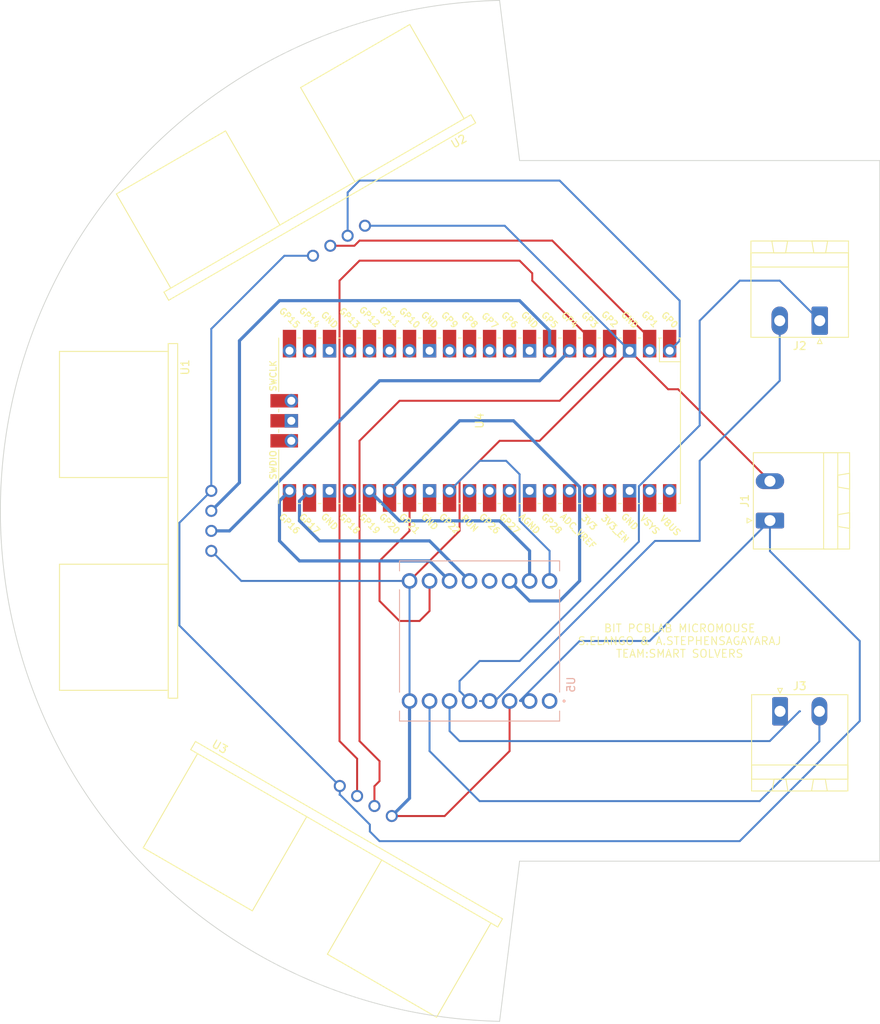
<source format=kicad_pcb>
(kicad_pcb (version 20211014) (generator pcbnew)
  (layers (0 "F.Cu" signal) (31 "B.Cu" signal) (34 "B.Paste" user) (35 "F.Paste" user) (36 "B.SilkS" user "B.Silkscreen") (37 "F.SilkS" user "F.Silkscreen") (38 "B.Mask" user) (39 "F.Mask" user) (44 "Edge.Cuts" user))
  (net 0 "")
  (net 1 "Net-(J1-Pad1)")
  (net 2 "Net-(J1-Pad2)")
  (net 3 "Net-(J2-Pad1)")
  (net 4 "Net-(J2-Pad2)")
  (net 5 "Net-(J3-Pad1)")
  (net 6 "Net-(J3-Pad2)")
  (net 7 "Net-(U1-Pad2)")
  (net 8 "Net-(U1-Pad3)")
  (net 9 "Net-(U2-Pad2)")
  (net 10 "Net-(U2-Pad3)")
  (net 11 "Net-(U3-Pad2)")
  (net 12 "Net-(U3-Pad3)")
  (net 26 "Net-(U4-Pad21)")
  (net 27 "Net-(U4-Pad22)")
  (net 30 "Net-(U4-Pad25)")
  (net 31 "Net-(U4-Pad26)")
  (net 32 "Net-(U4-Pad27)")
  (net 34 "Net-(U4-Pad29)")
  (footprint "Connector_Phoenix_MSTB:PhoenixContact_MSTBA_2,5_2-G-5,08_1x02_P5.08mm_Horizontal" (layer "F.Cu") (at 190.5 66.04 180)
    (fp_text reference "J2" (at 2.54 -3.2) (layer "F.SilkS"))
    (fp_text value "Conn_01x02_Male")
    (fp_line (start -3.65 -2.11) (end -3.65 10.11) (layer "F.SilkS") (width 0.12))
    (fp_line (start -0.75 8.61) (end -1 10.11) (layer "F.SilkS") (width 0.12))
    (fp_line (start 8.73 10.11) (end 8.73 -2.11) (layer "F.SilkS") (width 0.12))
    (fp_line (start 5.83 8.61) (end 4.33 8.61) (layer "F.SilkS") (width 0.12))
    (fp_line (start -3.65 8.61) (end -3.65 6.81) (layer "F.SilkS") (width 0.12))
    (fp_line (start 0.75 8.61) (end -0.75 8.61) (layer "F.SilkS") (width 0.12))
    (fp_line (start -1 10.11) (end 1 10.11) (layer "F.SilkS") (width 0.12))
    (fp_line (start 0.3 -2.91) (end 0 -2.31) (layer "F.SilkS") (width 0.12))
    (fp_line (start 4.08 10.11) (end 6.08 10.11) (layer "F.SilkS") (width 0.12))
    (fp_line (start 4.33 8.61) (end 4.08 10.11) (layer "F.SilkS") (width 0.12))
    (fp_line (start 8.73 -2.11) (end -3.65 -2.11) (layer "F.SilkS") (width 0.12))
    (fp_line (start -3.65 10.11) (end 8.73 10.11) (layer "F.SilkS") (width 0.12))
    (fp_line (start -0.3 -2.91) (end 0.3 -2.91) (layer "F.SilkS") (width 0.12))
    (fp_line (start 8.73 6.81) (end 8.73 8.61) (layer "F.SilkS") (width 0.12))
    (fp_line (start 6.08 10.11) (end 5.83 8.61) (layer "F.SilkS") (width 0.12))
    (fp_line (start -3.65 6.81) (end 8.73 6.81) (layer "F.SilkS") (width 0.12))
    (fp_line (start 0 -2.31) (end -0.3 -2.91) (layer "F.SilkS") (width 0.12))
    (fp_line (start 8.73 8.61) (end -3.65 8.61) (layer "F.SilkS") (width 0.12))
    (fp_line (start 1 10.11) (end 0.75 8.61) (layer "F.SilkS") (width 0.12))
    (pad "1" thru_hole roundrect (at 0 0 180) (size 2.08 3.6) (drill 1.4) (layers *.Cu *.Mask) (roundrect_rratio 0.120192) (net 3 "Net-(J2-Pad1)"))
    (pad "2" thru_hole oval (at 5.08 0 180) (size 2.08 3.6) (drill 1.4) (layers *.Cu *.Mask) (net 4 "Net-(J2-Pad2)"))
  )
  (footprint "Connector_Phoenix_MSTB:PhoenixContact_MSTBA_2,5_2-G_1x02_P5.00mm_Horizontal" (layer "F.Cu") (at 184.1825 91.4 90)
    (fp_text reference "J1" (at 2.5 -3.2 90) (layer "F.SilkS"))
    (fp_text value "Conn_01x02_Male")
    (fp_line (start 8.61 8.61) (end -3.61 8.61) (layer "F.SilkS") (width 0.12))
    (fp_line (start -3.61 6.81) (end 8.61 6.81) (layer "F.SilkS") (width 0.12))
    (fp_line (start 0 -2.31) (end -0.3 -2.91) (layer "F.SilkS") (width 0.12))
    (fp_line (start 6 10.11) (end 5.75 8.61) (layer "F.SilkS") (width 0.12))
    (fp_line (start 4 10.11) (end 6 10.11) (layer "F.SilkS") (width 0.12))
    (fp_line (start -0.3 -2.91) (end 0.3 -2.91) (layer "F.SilkS") (width 0.12))
    (fp_line (start -1 10.11) (end 1 10.11) (layer "F.SilkS") (width 0.12))
    (fp_line (start -3.61 -2.11) (end -3.61 10.11) (layer "F.SilkS") (width 0.12))
    (fp_line (start -3.61 8.61) (end -3.61 6.81) (layer "F.SilkS") (width 0.12))
    (fp_line (start 1 10.11) (end 0.75 8.61) (layer "F.SilkS") (width 0.12))
    (fp_line (start 8.61 -2.11) (end -3.61 -2.11) (layer "F.SilkS") (width 0.12))
    (fp_line (start 5.75 8.61) (end 4.25 8.61) (layer "F.SilkS") (width 0.12))
    (fp_line (start -3.61 10.11) (end 8.61 10.11) (layer "F.SilkS") (width 0.12))
    (fp_line (start 4.25 8.61) (end 4 10.11) (layer "F.SilkS") (width 0.12))
    (fp_line (start 0.75 8.61) (end -0.75 8.61) (layer "F.SilkS") (width 0.12))
    (fp_line (start -0.75 8.61) (end -1 10.11) (layer "F.SilkS") (width 0.12))
    (fp_line (start 8.61 6.81) (end 8.61 8.61) (layer "F.SilkS") (width 0.12))
    (fp_line (start 0.3 -2.91) (end 0 -2.31) (layer "F.SilkS") (width 0.12))
    (fp_line (start 8.61 10.11) (end 8.61 -2.11) (layer "F.SilkS") (width 0.12))
    (pad "1" thru_hole roundrect (at 0 0 90) (size 2 3.6) (drill 1.4) (layers *.Cu *.Mask) (roundrect_rratio 0.125) (net 1 "Net-(J1-Pad1)"))
    (pad "2" thru_hole oval (at 5 0 90) (size 2 3.6) (drill 1.4) (layers *.Cu *.Mask) (net 2 "Net-(J1-Pad2)"))
  )
  (footprint "HC-SR04:XCVR_HC-SR04" (layer "F.Cu") (at 132.875 126.984202 -30)
    (fp_text reference "U3" (at -19.48505 3.31671 150) (layer "F.SilkS") (effects (font (size 1.00052 1.00052))))
    (fp_text value "HC-SR04")
    (fp_line (start -5.5 5.47) (end -21.5 5.47) (layer "F.SilkS") (width 0.127))
    (fp_line (start -22.5 5.47) (end -22.5 4.27) (layer "F.SilkS") (width 0.127))
    (fp_line (start 22.5 4.27) (end 22.5 5.47) (layer "F.SilkS") (width 0.127))
    (fp_line (start 5.5 19.27) (end 21.5 19.27) (layer "F.SilkS") (width 0.127))
    (fp_line (start 5.5 5.47) (end 5.5 19.27) (layer "F.SilkS") (width 0.127))
    (fp_line (start 21.5 5.47) (end 21.5 19.27) (layer "F.SilkS") (width 0.127))
    (fp_line (start -5.5 5.47) (end -5.5 19.27) (layer "F.SilkS") (width 0.127))
    (fp_line (start 5.5 5.47) (end -5.5 5.47) (layer "F.SilkS") (width 0.127))
    (fp_line (start -21.5 5.47) (end -21.5 19.27) (layer "F.SilkS") (width 0.127))
    (fp_line (start -22.5 4.27) (end 22.5 4.27) (layer "F.SilkS") (width 0.127))
    (fp_line (start 22.5 5.47) (end 21.5 5.47) (layer "F.SilkS") (width 0.127))
    (fp_line (start -21.5 5.47) (end -22.5 5.47) (layer "F.SilkS") (width 0.127))
    (fp_line (start -21.5 19.27) (end -5.5 19.27) (layer "F.SilkS") (width 0.127))
    (fp_line (start 21.5 5.47) (end 5.5 5.47) (layer "F.SilkS") (width 0.127))
    (pad "1" thru_hole circle locked (at -3.81 0 330) (size 1.53 1.53) (drill 1.02) (layers *.Cu *.Mask) (net 1 "Net-(J1-Pad1)"))
    (pad "2" thru_hole circle locked (at -1.27 0 330) (size 1.53 1.53) (drill 1.02) (layers *.Cu *.Mask) (net 11 "Net-(U3-Pad2)"))
    (pad "3" thru_hole circle locked (at 1.27 0 330) (size 1.53 1.53) (drill 1.02) (layers *.Cu *.Mask) (net 12 "Net-(U3-Pad3)"))
    (pad "4" thru_hole circle locked (at 3.81 0 330) (size 1.53 1.53) (drill 1.02) (layers *.Cu *.Mask) (net 2 "Net-(J1-Pad2)"))
  )
  (footprint "HC-SR04:XCVR_HC-SR04" (layer "F.Cu") (at 129.472754 55.895799 -150)
    (fp_text reference "U2" (at -19.48505 3.31671 30) (layer "F.SilkS") (effects (font (size 1.00052 1.00052))))
    (fp_text value "HC-SR04")
    (fp_line (start -5.5 5.47) (end -21.5 5.47) (layer "F.SilkS") (width 0.127))
    (fp_line (start 5.5 5.47) (end -5.5 5.47) (layer "F.SilkS") (width 0.127))
    (fp_line (start -22.5 5.47) (end -22.5 4.27) (layer "F.SilkS") (width 0.127))
    (fp_line (start 5.5 19.27) (end 21.5 19.27) (layer "F.SilkS") (width 0.127))
    (fp_line (start 22.5 5.47) (end 21.5 5.47) (layer "F.SilkS") (width 0.127))
    (fp_line (start 21.5 5.47) (end 5.5 5.47) (layer "F.SilkS") (width 0.127))
    (fp_line (start -22.5 4.27) (end 22.5 4.27) (layer "F.SilkS") (width 0.127))
    (fp_line (start 21.5 5.47) (end 21.5 19.27) (layer "F.SilkS") (width 0.127))
    (fp_line (start 22.5 4.27) (end 22.5 5.47) (layer "F.SilkS") (width 0.127))
    (fp_line (start 5.5 5.47) (end 5.5 19.27) (layer "F.SilkS") (width 0.127))
    (fp_line (start -5.5 5.47) (end -5.5 19.27) (layer "F.SilkS") (width 0.127))
    (fp_line (start -21.5 5.47) (end -22.5 5.47) (layer "F.SilkS") (width 0.127))
    (fp_line (start -21.5 5.47) (end -21.5 19.27) (layer "F.SilkS") (width 0.127))
    (fp_line (start -21.5 19.27) (end -5.5 19.27) (layer "F.SilkS") (width 0.127))
    (pad "1" thru_hole circle locked (at -3.81 0 210) (size 1.53 1.53) (drill 1.02) (layers *.Cu *.Mask) (net 1 "Net-(J1-Pad1)"))
    (pad "2" thru_hole circle locked (at -1.27 0 210) (size 1.53 1.53) (drill 1.02) (layers *.Cu *.Mask) (net 9 "Net-(U2-Pad2)"))
    (pad "3" thru_hole circle locked (at 1.27 0 210) (size 1.53 1.53) (drill 1.02) (layers *.Cu *.Mask) (net 10 "Net-(U2-Pad3)"))
    (pad "4" thru_hole circle locked (at 3.81 0 210) (size 1.53 1.53) (drill 1.02) (layers *.Cu *.Mask) (net 2 "Net-(J1-Pad2)"))
  )
  (footprint "Connector_Phoenix_MSTB:PhoenixContact_MSTBA_2,5_2-G_1x02_P5.00mm_Horizontal" (layer "F.Cu") (at 185.46 115.6025)
    (fp_text reference "J3" (at 2.5 -3.2) (layer "F.SilkS"))
    (fp_text value "Conn_01x02_Male")
    (fp_line (start 6 10.11) (end 5.75 8.61) (layer "F.SilkS") (width 0.12))
    (fp_line (start 8.61 6.81) (end 8.61 8.61) (layer "F.SilkS") (width 0.12))
    (fp_line (start 8.61 10.11) (end 8.61 -2.11) (layer "F.SilkS") (width 0.12))
    (fp_line (start -3.61 10.11) (end 8.61 10.11) (layer "F.SilkS") (width 0.12))
    (fp_line (start 8.61 -2.11) (end -3.61 -2.11) (layer "F.SilkS") (width 0.12))
    (fp_line (start 4.25 8.61) (end 4 10.11) (layer "F.SilkS") (width 0.12))
    (fp_line (start 4 10.11) (end 6 10.11) (layer "F.SilkS") (width 0.12))
    (fp_line (start 0 -2.31) (end -0.3 -2.91) (layer "F.SilkS") (width 0.12))
    (fp_line (start -3.61 -2.11) (end -3.61 10.11) (layer "F.SilkS") (width 0.12))
    (fp_line (start -3.61 8.61) (end -3.61 6.81) (layer "F.SilkS") (width 0.12))
    (fp_line (start 5.75 8.61) (end 4.25 8.61) (layer "F.SilkS") (width 0.12))
    (fp_line (start 8.61 8.61) (end -3.61 8.61) (layer "F.SilkS") (width 0.12))
    (fp_line (start 1 10.11) (end 0.75 8.61) (layer "F.SilkS") (width 0.12))
    (fp_line (start -0.3 -2.91) (end 0.3 -2.91) (layer "F.SilkS") (width 0.12))
    (fp_line (start -3.61 6.81) (end 8.61 6.81) (layer "F.SilkS") (width 0.12))
    (fp_line (start 0.75 8.61) (end -0.75 8.61) (layer "F.SilkS") (width 0.12))
    (fp_line (start -0.75 8.61) (end -1 10.11) (layer "F.SilkS") (width 0.12))
    (fp_line (start -1 10.11) (end 1 10.11) (layer "F.SilkS") (width 0.12))
    (fp_line (start 0.3 -2.91) (end 0 -2.31) (layer "F.SilkS") (width 0.12))
    (pad "1" thru_hole roundrect (at 0 0) (size 2 3.6) (drill 1.4) (layers *.Cu *.Mask) (roundrect_rratio 0.125) (net 5 "Net-(J3-Pad1)"))
    (pad "2" thru_hole oval (at 5 0) (size 2 3.6) (drill 1.4) (layers *.Cu *.Mask) (net 6 "Net-(J3-Pad2)"))
  )
  (footprint "RP-Pico Libraries:RPi_Pico_SMD_TH" (layer "F.Cu") (at 147.32 78.74 -90)
    (fp_text reference "U4" (at 0 0 90) (layer "F.SilkS"))
    (fp_text value "Pico")
    (fp_text user "GP4" (at -12.8 -11.43 135) (layer "F.SilkS") (effects (font (size 0.8 0.8))))
    (fp_text user "SWDIO" (at 5.6 26.2 90) (layer "F.SilkS") (effects (font (size 0.8 0.8))))
    (fp_text user "RUN" (at 13 1.27 135) (layer "F.SilkS") (effects (font (size 0.8 0.8))))
    (fp_text user "GP17" (at 13.054 21.59 135) (layer "F.SilkS") (effects (font (size 0.8 0.8))))
    (fp_text user "GP11" (at -13.2 11.43 135) (layer "F.SilkS") (effects (font (size 0.8 0.8))))
    (fp_text user "GP2" (at -12.9 -16.51 135) (layer "F.SilkS") (effects (font (size 0.8 0.8))))
    (fp_text user "GP22" (at 13.054 3.81 135) (layer "F.SilkS") (effects (font (size 0.8 0.8))))
    (fp_text user "GP15" (at -13.054 24.13 135) (layer "F.SilkS") (effects (font (size 0.8 0.8))))
    (fp_text user "3V3_EN" (at 13.7 -17.2 135) (layer "F.SilkS") (effects (font (size 0.8 0.8))))
    (fp_text user "SWCLK" (at -5.7 26.2 90) (layer "F.SilkS") (effects (font (size 0.8 0.8))))
    (fp_text user "GP6" (at -12.8 -3.81 135) (layer "F.SilkS") (effects (font (size 0.8 0.8))))
    (fp_text user "GP16" (at 13.054 24.13 135) (layer "F.SilkS") (effects (font (size 0.8 0.8))))
    (fp_text user "GP27" (at 13.054 -3.8 135) (layer "F.SilkS") (effects (font (size 0.8 0.8))))
    (fp_text user "GP8" (at -12.8 1.27 135) (layer "F.SilkS") (effects (font (size 0.8 0.8))))
    (fp_text user "GP10" (at -13.054 8.89 135) (layer "F.SilkS") (effects (font (size 0.8 0.8))))
    (fp_text user "VSYS" (at 13.2 -21.59 135) (layer "F.SilkS") (effects (font (size 0.8 0.8))))
    (fp_text user "3V3" (at 12.9 -13.9 135) (layer "F.SilkS") (effects (font (size 0.8 0.8))))
    (fp_text user "GP26" (at 13.054 -1.27 135) (layer "F.SilkS") (effects (font (size 0.8 0.8))))
    (fp_text user "GP0" (at -12.8 -24.13 135) (layer "F.SilkS") (effects (font (size 0.8 0.8))))
    (fp_text user "GND" (at 12.8 19.05 135) (layer "F.SilkS") (effects (font (size 0.8 0.8))))
    (fp_text user "GND" (at -12.8 19.05 135) (layer "F.SilkS") (effects (font (size 0.8 0.8))))
    (fp_text user "GP19" (at 13.054 13.97 135) (layer "F.SilkS") (effects (font (size 0.8 0.8))))
    (fp_text user "GP21" (at 13.054 8.9 135) (layer "F.SilkS") (effects (font (size 0.8 0.8))))
    (fp_text user "GND" (at -12.8 6.35 135) (layer "F.SilkS") (effects (font (size 0.8 0.8))))
    (fp_text user "GND" (at -12.8 -19.05 135) (layer "F.SilkS") (effects (font (size 0.8 0.8))))
    (fp_text user "AGND" (at 13.054 -6.35 135) (layer "F.SilkS") (effects (font (size 0.8 0.8))))
    (fp_text user "VBUS" (at 13.3 -24.2 135) (layer "F.SilkS") (effects (font (size 0.8 0.8))))
    (fp_text user "GND" (at 12.8 6.35 135) (layer "F.SilkS") (effects (font (size 0.8 0.8))))
    (fp_text user "GP28" (at 13.054 -9.144 135) (layer "F.SilkS") (effects (font (size 0.8 0.8))))
    (fp_text user "GP7" (at -12.7 -1.3 135) (layer "F.SilkS") (effects (font (size 0.8 0.8))))
    (fp_text user "GND" (at -12.8 -6.35 135) (layer "F.SilkS") (effects (font (size 0.8 0.8))))
    (fp_text user "GP9" (at -12.8 3.81 135) (layer "F.SilkS") (effects (font (size 0.8 0.8))))
    (fp_text user "GP18" (at 13.054 16.51 135) (layer "F.SilkS") (effects (font (size 0.8 0.8))))
    (fp_text user "GP12" (at -13.2 13.97 135) (layer "F.SilkS") (effects (font (size 0.8 0.8))))
    (fp_text user "GP13" (at -13.054 16.51 135) (layer "F.SilkS") (effects (font (size 0.8 0.8))))
    (fp_text user "GP20" (at 13.054 11.43 135) (layer "F.SilkS") (effects (font (size 0.8 0.8))))
    (fp_text user "ADC_VREF" (at 14 -12.5 135) (layer "F.SilkS") (effects (font (size 0.8 0.8))))
    (fp_text user "GP5" (at -12.8 -8.89 135) (layer "F.SilkS") (effects (font (size 0.8 0.8))))
    (fp_text user "GP3" (at -12.8 -13.97 135) (layer "F.SilkS") (effects (font (size 0.8 0.8))))
    (fp_text user "GP1" (at -12.9 -21.6 135) (layer "F.SilkS") (effects (font (size 0.8 0.8))))
    (fp_text user "GND" (at 12.8 -19.05 135) (layer "F.SilkS") (effects (font (size 0.8 0.8))))
    (fp_text user "GP14" (at -13.1 21.59 135) (layer "F.SilkS") (effects (font (size 0.8 0.8))))
    (fp_line (start 1.1 25.5) (end 1.5 25.5) (layer "F.SilkS") (width 0.12))
    (fp_line (start -10.5 -5.3) (end -10.5 -4.9) (layer "F.SilkS") (width 0.12))
    (fp_line (start 10.5 -15.4) (end 10.5 -15) (layer "F.SilkS") (width 0.12))
    (fp_line (start -10.5 17.6) (end -10.5 18) (layer "F.SilkS") (width 0.12))
    (fp_line (start -10.5 -20.5) (end -10.5 -20.1) (layer "F.SilkS") (width 0.12))
    (fp_line (start -10.5 -25.5) (end 10.5 -25.5) (layer "F.SilkS") (width 0.12))
    (fp_line (start -10.5 10) (end -10.5 10.4) (layer "F.SilkS") (width 0.12))
    (fp_line (start -10.5 22.7) (end -10.5 23.1) (layer "F.SilkS") (width 0.12))
    (fp_line (start 10.5 25.5) (end 3.7 25.5) (layer "F.SilkS") (width 0.12))
    (fp_line (start 10.5 17.6) (end 10.5 18) (layer "F.SilkS") (width 0.12))
    (fp_line (start -10.5 -0.2) (end -10.5 0.2) (layer "F.SilkS") (width 0.12))
    (fp_line (start 10.5 -2.7) (end 10.5 -2.3) (layer "F.SilkS") (width 0.12))
    (fp_line (start -10.5 7.4) (end -10.5 7.8) (layer "F.SilkS") (width 0.12))
    (fp_line (start 10.5 -5.3) (end 10.5 -4.9) (layer "F.SilkS") (width 0.12))
    (fp_line (start -10.5 -2.7) (end -10.5 -2.3) (layer "F.SilkS") (width 0.12))
    (fp_line (start -10.5 12.5) (end -10.5 12.9) (layer "F.SilkS") (width 0.12))
    (fp_line (start 10.5 -12.9) (end 10.5 -12.5) (layer "F.SilkS") (width 0.12))
    (fp_line (start 10.5 4.9) (end 10.5 5.3) (layer "F.SilkS") (width 0.12))
    (fp_line (start 10.5 -18) (end 10.5 -17.6) (layer "F.SilkS") (width 0.12))
    (fp_line (start 10.5 -7.8) (end 10.5 -7.4) (layer "F.SilkS") (width 0.12))
    (fp_line (start 10.5 10) (end 10.5 10.4) (layer "F.SilkS") (width 0.12))
    (fp_line (start 10.5 7.4) (end 10.5 7.8) (layer "F.SilkS") (width 0.12))
    (fp_line (start -10.5 -22.833) (end -7.493 -22.833) (layer "F.SilkS") (width 0.12))
    (fp_line (start -10.5 15.1) (end -10.5 15.5) (layer "F.SilkS") (width 0.12))
    (fp_line (start -10.5 4.9) (end -10.5 5.3) (layer "F.SilkS") (width 0.12))
    (fp_line (start 10.5 22.7) (end 10.5 23.1) (layer "F.SilkS") (width 0.12))
    (fp_line (start 10.5 -10.4) (end 10.5 -10) (layer "F.SilkS") (width 0.12))
    (fp_line (start -10.5 20.1) (end -10.5 20.5) (layer "F.SilkS") (width 0.12))
    (fp_line (start -10.5 -23.1) (end -10.5 -22.7) (layer "F.SilkS") (width 0.12))
    (fp_line (start 10.5 15.1) (end 10.5 15.5) (layer "F.SilkS") (width 0.12))
    (fp_line (start 10.5 20.1) (end 10.5 20.5) (layer "F.SilkS") (width 0.12))
    (fp_line (start -10.5 -25.5) (end -10.5 -25.2) (layer "F.SilkS") (width 0.12))
    (fp_line (start 10.5 2.3) (end 10.5 2.7) (layer "F.SilkS") (width 0.12))
    (fp_line (start 10.5 -25.5) (end 10.5 -25.2) (layer "F.SilkS") (width 0.12))
    (fp_line (start -10.5 -18) (end -10.5 -17.6) (layer "F.SilkS") (width 0.12))
    (fp_line (start -7.493 -22.833) (end -7.493 -25.5) (layer "F.SilkS") (width 0.12))
    (fp_line (start 10.5 -20.5) (end 10.5 -20.1) (layer "F.SilkS") (width 0.12))
    (fp_line (start 10.5 -0.2) (end 10.5 0.2) (layer "F.SilkS") (width 0.12))
    (fp_line (start 10.5 12.5) (end 10.5 12.9) (layer "F.SilkS") (width 0.12))
    (fp_line (start -10.5 -7.8) (end -10.5 -7.4) (layer "F.SilkS") (width 0.12))
    (fp_line (start -10.5 -12.9) (end -10.5 -12.5) (layer "F.SilkS") (width 0.12))
    (fp_line (start -10.5 -10.4) (end -10.5 -10) (layer "F.SilkS") (width 0.12))
    (fp_line (start -1.5 25.5) (end -1.1 25.5) (layer "F.SilkS") (width 0.12))
    (fp_line (start -10.5 2.3) (end -10.5 2.7) (layer "F.SilkS") (width 0.12))
    (fp_line (start -10.5 -15.4) (end -10.5 -15) (layer "F.SilkS") (width 0.12))
    (fp_line (start 10.5 -23.1) (end 10.5 -22.7) (layer "F.SilkS") (width 0.12))
    (fp_line (start -3.7 25.5) (end -10.5 25.5) (layer "F.SilkS") (width 0.12))
    (pad "" np_thru_hole oval (at -2.725 -24 270) (size 1.8 1.8) (drill 1.8) (layers *.Cu *.Mask))
    (pad "" np_thru_hole oval (at -2.425 -20.97 270) (size 1.5 1.5) (drill 1.5) (layers *.Cu *.Mask))
    (pad "" np_thru_hole oval (at 2.425 -20.97 270) (size 1.5 1.5) (drill 1.5) (layers *.Cu *.Mask))
    (pad "" np_thru_hole oval (at 2.725 -24 270) (size 1.8 1.8) (drill 1.8) (layers *.Cu *.Mask))
    (pad "1" thru_hole oval (at -8.89 -24.13 270) (size 1.7 1.7) (drill 1.02) (layers *.Cu *.Mask) (net 10 "Net-(U2-Pad3)"))
    (pad "1" smd rect (at -8.89 -24.13 270) (size 3.5 1.7) (drill (offset -0.9 0)) (layers "F.Cu" "F.Mask") (net 10 "Net-(U2-Pad3)"))
    (pad "2" smd rect (at -8.89 -21.59 270) (size 3.5 1.7) (drill (offset -0.9 0)) (layers "F.Cu" "F.Mask") (net 9 "Net-(U2-Pad2)"))
    (pad "2" thru_hole oval (at -8.89 -21.59 270) (size 1.7 1.7) (drill 1.02) (layers *.Cu *.Mask) (net 9 "Net-(U2-Pad2)"))
    (pad "3" smd rect (at -8.89 -19.05 270) (size 3.5 1.7) (drill (offset -0.9 0)) (layers "F.Cu" "F.Mask") (net 2 "Net-(J1-Pad2)"))
    (pad "3" thru_hole rect (at -8.89 -19.05 270) (size 1.7 1.7) (drill 1.02) (layers *.Cu *.Mask) (net 2 "Net-(J1-Pad2)"))
    (pad "4" thru_hole oval (at -8.89 -16.51 270) (size 1.7 1.7) (drill 1.02) (layers *.Cu *.Mask) (net 12 "Net-(U3-Pad3)"))
    (pad "4" smd rect (at -8.89 -16.51 270) (size 3.5 1.7) (drill (offset -0.9 0)) (layers "F.Cu" "F.Mask") (net 12 "Net-(U3-Pad3)"))
    (pad "5" thru_hole oval (at -8.89 -13.97 270) (size 1.7 1.7) (drill 1.02) (layers *.Cu *.Mask) (net 11 "Net-(U3-Pad2)"))
    (pad "5" smd rect (at -8.89 -13.97 270) (size 3.5 1.7) (drill (offset -0.9 0)) (layers "F.Cu" "F.Mask") (net 11 "Net-(U3-Pad2)"))
    (pad "6" thru_hole oval (at -8.89 -11.43 270) (size 1.7 1.7) (drill 1.02) (layers *.Cu *.Mask) (net 8 "Net-(U1-Pad3)"))
    (pad "6" smd rect (at -8.89 -11.43 270) (size 3.5 1.7) (drill (offset -0.9 0)) (layers "F.Cu" "F.Mask") (net 8 "Net-(U1-Pad3)"))
    (pad "7" thru_hole oval (at -8.89 -8.89 270) (size 1.7 1.7) (drill 1.02) (layers *.Cu *.Mask) (net 7 "Net-(U1-Pad2)"))
    (pad "7" smd rect (at -8.89 -8.89 270) (size 3.5 1.7) (drill (offset -0.9 0)) (layers "F.Cu" "F.Mask") (net 7 "Net-(U1-Pad2)"))
    (pad "8" thru_hole rect (at -8.89 -6.35 270) (size 1.7 1.7) (drill 1.02) (layers *.Cu *.Mask))
    (pad "8" smd rect (at -8.89 -6.35 270) (size 3.5 1.7) (drill (offset -0.9 0)) (layers "F.Cu" "F.Mask"))
    (pad "9" smd rect (at -8.89 -3.81 270) (size 3.5 1.7) (drill (offset -0.9 0)) (layers "F.Cu" "F.Mask"))
    (pad "9" thru_hole oval (at -8.89 -3.81 270) (size 1.7 1.7) (drill 1.02) (layers *.Cu *.Mask))
    (pad "10" smd rect (at -8.89 -1.27 270) (size 3.5 1.7) (drill (offset -0.9 0)) (layers "F.Cu" "F.Mask"))
    (pad "10" thru_hole oval (at -8.89 -1.27 270) (size 1.7 1.7) (drill 1.02) (layers *.Cu *.Mask))
    (pad "11" thru_hole oval (at -8.89 1.27 270) (size 1.7 1.7) (drill 1.02) (layers *.Cu *.Mask))
    (pad "11" smd rect (at -8.89 1.27 270) (size 3.5 1.7) (drill (offset -0.9 0)) (layers "F.Cu" "F.Mask"))
    (pad "12" thru_hole oval (at -8.89 3.81 270) (size 1.7 1.7) (drill 1.02) (layers *.Cu *.Mask))
    (pad "12" smd rect (at -8.89 3.81 270) (size 3.5 1.7) (drill (offset -0.9 0)) (layers "F.Cu" "F.Mask"))
    (pad "13" thru_hole rect (at -8.89 6.35 270) (size 1.7 1.7) (drill 1.02) (layers *.Cu *.Mask))
    (pad "13" smd rect (at -8.89 6.35 270) (size 3.5 1.7) (drill (offset -0.9 0)) (layers "F.Cu" "F.Mask"))
    (pad "14" smd rect (at -8.89 8.89 270) (size 3.5 1.7) (drill (offset -0.9 0)) (layers "F.Cu" "F.Mask"))
    (pad "14" thru_hole oval (at -8.89 8.89 270) (size 1.7 1.7) (drill 1.02) (layers *.Cu *.Mask))
    (pad "15" smd rect (at -8.89 11.43 270) (size 3.5 1.7) (drill (offset -0.9 0)) (layers "F.Cu" "F.Mask"))
    (pad "15" thru_hole oval (at -8.89 11.43 270) (size 1.7 1.7) (drill 1.02) (layers *.Cu *.Mask))
    (pad "16" smd rect (at -8.89 13.97 270) (size 3.5 1.7) (drill (offset -0.9 0)) (layers "F.Cu" "F.Mask"))
    (pad "16" thru_hole oval (at -8.89 13.97 270) (size 1.7 1.7) (drill 1.02) (layers *.Cu *.Mask))
    (pad "17" smd rect (at -8.89 16.51 270) (size 3.5 1.7) (drill (offset -0.9 0)) (layers "F.Cu" "F.Mask"))
    (pad "17" thru_hole oval (at -8.89 16.51 270) (size 1.7 1.7) (drill 1.02) (layers *.Cu *.Mask))
    (pad "18" smd rect (at -8.89 19.05 270) (size 3.5 1.7) (drill (offset -0.9 0)) (layers "F.Cu" "F.Mask"))
    (pad "18" thru_hole rect (at -8.89 19.05 270) (size 1.7 1.7) (drill 1.02) (layers *.Cu *.Mask))
    (pad "19" smd rect (at -8.89 21.59 270) (size 3.5 1.7) (drill (offset -0.9 0)) (layers "F.Cu" "F.Mask"))
    (pad "19" thru_hole oval (at -8.89 21.59 270) (size 1.7 1.7) (drill 1.02) (layers *.Cu *.Mask))
    (pad "20" smd rect (at -8.89 24.13 270) (size 3.5 1.7) (drill (offset -0.9 0)) (layers "F.Cu" "F.Mask"))
    (pad "20" thru_hole oval (at -8.89 24.13 270) (size 1.7 1.7) (drill 1.02) (layers *.Cu *.Mask))
    (pad "21" thru_hole oval (at 8.89 24.13 270) (size 1.7 1.7) (drill 1.02) (layers *.Cu *.Mask) (net 26 "Net-(U4-Pad21)"))
    (pad "21" smd rect (at 8.89 24.13 270) (size 3.5 1.7) (drill (offset 0.9 0)) (layers "F.Cu" "F.Mask") (net 26 "Net-(U4-Pad21)"))
    (pad "22" thru_hole oval (at 8.89 21.59 270) (size 1.7 1.7) (drill 1.02) (layers *.Cu *.Mask) (net 27 "Net-(U4-Pad22)"))
    (pad "22" smd rect (at 8.89 21.59 270) (size 3.5 1.7) (drill (offset 0.9 0)) (layers "F.Cu" "F.Mask") (net 27 "Net-(U4-Pad22)"))
    (pad "23" thru_hole rect (at 8.89 19.05 270) (size 1.7 1.7) (drill 1.02) (layers *.Cu *.Mask))
    (pad "23" smd rect (at 8.89 19.05 270) (size 3.5 1.7) (drill (offset 0.9 0)) (layers "F.Cu" "F.Mask"))
    (pad "24" thru_hole oval (at 8.89 16.51 270) (size 1.7 1.7) (drill 1.02) (layers *.Cu *.Mask))
    (pad "24" smd rect (at 8.89 16.51 270) (size 3.5 1.7) (drill (offset 0.9 0)) (layers "F.Cu" "F.Mask"))
    (pad "25" smd rect (at 8.89 13.97 270) (size 3.5 1.7) (drill (offset 0.9 0)) (layers "F.Cu" "F.Mask") (net 30 "Net-(U4-Pad25)"))
    (pad "25" thru_hole oval (at 8.89 13.97 270) (size 1.7 1.7) (drill 1.02) (layers *.Cu *.Mask) (net 30 "Net-(U4-Pad25)"))
    (pad "26" thru_hole oval (at 8.89 11.43 270) (size 1.7 1.7) (drill 1.02) (layers *.Cu *.Mask) (net 31 "Net-(U4-Pad26)"))
    (pad "26" smd rect (at 8.89 11.43 270) (size 3.5 1.7) (drill (offset 0.9 0)) (layers "F.Cu" "F.Mask") (net 31 "Net-(U4-Pad26)"))
    (pad "27" smd rect (at 8.89 8.89 270) (size 3.5 1.7) (drill (offset 0.9 0)) (layers "F.Cu" "F.Mask") (net 32 "Net-(U4-Pad27)"))
    (pad "27" thru_hole oval (at 8.89 8.89 270) (size 1.7 1.7) (drill 1.02) (layers *.Cu *.Mask) (net 32 "Net-(U4-Pad27)"))
    (pad "28" smd rect (at 8.89 6.35 270) (size 3.5 1.7) (drill (offset 0.9 0)) (layers "F.Cu" "F.Mask"))
    (pad "28" thru_hole rect (at 8.89 6.35 270) (size 1.7 1.7) (drill 1.02) (layers *.Cu *.Mask))
    (pad "29" thru_hole oval (at 8.89 3.81 270) (size 1.7 1.7) (drill 1.02) (layers *.Cu *.Mask) (net 34 "Net-(U4-Pad29)"))
    (pad "29" smd rect (at 8.89 3.81 270) (size 3.5 1.7) (drill (offset 0.9 0)) (layers "F.Cu" "F.Mask") (net 34 "Net-(U4-Pad29)"))
    (pad "30" thru_hole oval (at 8.89 1.27 270) (size 1.7 1.7) (drill 1.02) (layers *.Cu *.Mask))
    (pad "30" smd rect (at 8.89 1.27 270) (size 3.5 1.7) (drill (offset 0.9 0)) (layers "F.Cu" "F.Mask"))
    (pad "31" thru_hole oval (at 8.89 -1.27 270) (size 1.7 1.7) (drill 1.02) (layers *.Cu *.Mask))
    (pad "31" smd rect (at 8.89 -1.27 270) (size 3.5 1.7) (drill (offset 0.9 0)) (layers "F.Cu" "F.Mask"))
    (pad "32" thru_hole oval (at 8.89 -3.81 270) (size 1.7 1.7) (drill 1.02) (layers *.Cu *.Mask))
    (pad "32" smd rect (at 8.89 -3.81 270) (size 3.5 1.7) (drill (offset 0.9 0)) (layers "F.Cu" "F.Mask"))
    (pad "33" thru_hole rect (at 8.89 -6.35 270) (size 1.7 1.7) (drill 1.02) (layers *.Cu *.Mask))
    (pad "33" smd rect (at 8.89 -6.35 270) (size 3.5 1.7) (drill (offset 0.9 0)) (layers "F.Cu" "F.Mask"))
    (pad "34" thru_hole oval (at 8.89 -8.89 270) (size 1.7 1.7) (drill 1.02) (layers *.Cu *.Mask))
    (pad "34" smd rect (at 8.89 -8.89 270) (size 3.5 1.7) (drill (offset 0.9 0)) (layers "F.Cu" "F.Mask"))
    (pad "35" smd rect (at 8.89 -11.43 270) (size 3.5 1.7) (drill (offset 0.9 0)) (layers "F.Cu" "F.Mask"))
    (pad "35" thru_hole oval (at 8.89 -11.43 270) (size 1.7 1.7) (drill 1.02) (layers *.Cu *.Mask))
    (pad "36" thru_hole oval (at 8.89 -13.97 270) (size 1.7 1.7) (drill 1.02) (layers *.Cu *.Mask))
    (pad "36" smd rect (at 8.89 -13.97 270) (size 3.5 1.7) (drill (offset 0.9 0)) (layers "F.Cu" "F.Mask"))
    (pad "37" smd rect (at 8.89 -16.51 270) (size 3.5 1.7) (drill (offset 0.9 0)) (layers "F.Cu" "F.Mask"))
    (pad "37" thru_hole oval (at 8.89 -16.51 270) (size 1.7 1.7) (drill 1.02) (layers *.Cu *.Mask))
    (pad "38" smd rect (at 8.89 -19.05 270) (size 3.5 1.7) (drill (offset 0.9 0)) (layers "F.Cu" "F.Mask"))
    (pad "38" thru_hole rect (at 8.89 -19.05 270) (size 1.7 1.7) (drill 1.02) (layers *.Cu *.Mask))
    (pad "39" thru_hole oval (at 8.89 -21.59 270) (size 1.7 1.7) (drill 1.02) (layers *.Cu *.Mask))
    (pad "39" smd rect (at 8.89 -21.59 270) (size 3.5 1.7) (drill (offset 0.9 0)) (layers "F.Cu" "F.Mask"))
    (pad "40" thru_hole oval (at 8.89 -24.13 270) (size 1.7 1.7) (drill 1.02) (layers *.Cu *.Mask))
    (pad "40" smd rect (at 8.89 -24.13 270) (size 3.5 1.7) (drill (offset 0.9 0)) (layers "F.Cu" "F.Mask"))
    (pad "41" thru_hole oval (at -2.54 23.9 270) (size 1.7 1.7) (drill 1.02) (layers *.Cu *.Mask))
    (pad "41" smd rect (at -2.54 23.9) (size 3.5 1.7) (drill (offset -0.9 0)) (layers "F.Cu" "F.Mask"))
    (pad "42" smd rect (at 0 23.9) (size 3.5 1.7) (drill (offset -0.9 0)) (layers "F.Cu" "F.Mask"))
    (pad "42" thru_hole rect (at 0 23.9 270) (size 1.7 1.7) (drill 1.02) (layers *.Cu *.Mask))
    (pad "43" smd rect (at 2.54 23.9) (size 3.5 1.7) (drill (offset -0.9 0)) (layers "F.Cu" "F.Mask"))
    (pad "43" thru_hole oval (at 2.54 23.9 270) (size 1.7 1.7) (drill 1.02) (layers *.Cu *.Mask))
  )
  (footprint "HC-SR04:XCVR_HC-SR04" (layer "F.Cu") (at 113.265 91.44 -90)
    (fp_text reference "U1" (at -19.48505 3.31671 90) (layer "F.SilkS") (effects (font (size 1.00052 1.00052))))
    (fp_text value "HC-SR04")
    (fp_line (start 5.5 5.47) (end -5.5 5.47) (layer "F.SilkS") (width 0.127))
    (fp_line (start -5.5 5.47) (end -5.5 19.27) (layer "F.SilkS") (width 0.127))
    (fp_line (start -21.5 5.47) (end -21.5 19.27) (layer "F.SilkS") (width 0.127))
    (fp_line (start -22.5 5.47) (end -22.5 4.27) (layer "F.SilkS") (width 0.127))
    (fp_line (start -22.5 4.27) (end 22.5 4.27) (layer "F.SilkS") (width 0.127))
    (fp_line (start 22.5 5.47) (end 21.5 5.47) (layer "F.SilkS") (width 0.127))
    (fp_line (start -21.5 5.47) (end -22.5 5.47) (layer "F.SilkS") (width 0.127))
    (fp_line (start 21.5 5.47) (end 5.5 5.47) (layer "F.SilkS") (width 0.127))
    (fp_line (start 5.5 19.27) (end 21.5 19.27) (layer "F.SilkS") (width 0.127))
    (fp_line (start 22.5 4.27) (end 22.5 5.47) (layer "F.SilkS") (width 0.127))
    (fp_line (start 21.5 5.47) (end 21.5 19.27) (layer "F.SilkS") (width 0.127))
    (fp_line (start -21.5 19.27) (end -5.5 19.27) (layer "F.SilkS") (width 0.127))
    (fp_line (start -5.5 5.47) (end -21.5 5.47) (layer "F.SilkS") (width 0.127))
    (fp_line (start 5.5 5.47) (end 5.5 19.27) (layer "F.SilkS") (width 0.127))
    (pad "1" thru_hole circle locked (at -3.81 0 270) (size 1.53 1.53) (drill 1.02) (layers *.Cu *.Mask) (net 1 "Net-(J1-Pad1)"))
    (pad "2" thru_hole circle locked (at -1.27 0 270) (size 1.53 1.53) (drill 1.02) (layers *.Cu *.Mask) (net 7 "Net-(U1-Pad2)"))
    (pad "3" thru_hole circle locked (at 1.27 0 270) (size 1.53 1.53) (drill 1.02) (layers *.Cu *.Mask) (net 8 "Net-(U1-Pad3)"))
    (pad "4" thru_hole circle locked (at 3.81 0 270) (size 1.53 1.53) (drill 1.02) (layers *.Cu *.Mask) (net 2 "Net-(J1-Pad2)"))
  )
  (footprint "ROB-14450:MODULE_ROB-14450" (layer "B.Cu") (at 147.32 106.68 90)
    (fp_text reference "U5" (at -5.5332 11.6132 90) (layer "B.SilkS") (effects (justify mirror)))
    (fp_text value "ROB-14450")
    (fp_line (start 8.89 -10.16) (end 10.16 -10.16) (layer "B.SilkS") (width 0.127))
    (fp_line (start 8.89 10.16) (end 10.16 10.16) (layer "B.SilkS") (width 0.127))
    (fp_line (start -10.16 10.16) (end -10.16 -10.16) (layer "B.SilkS") (width 0.127))
    (fp_line (start -6.5 -10.16) (end 6.5 -10.16) (layer "B.SilkS") (width 0.127))
    (fp_line (start -8.89 10.16) (end -10.16 10.16) (layer "B.SilkS") (width 0.127))
    (fp_line (start -6.5 10.16) (end 6.5 10.16) (layer "B.SilkS") (width 0.127))
    (fp_line (start 10.16 -10.16) (end 10.16 10.16) (layer "B.SilkS") (width 0.127))
    (fp_line (start -8.89 -10.16) (end -10.16 -10.16) (layer "B.SilkS") (width 0.127))
    (fp_circle (center -7.62 10.7282) (end -7.52 10.7282) (layer "B.SilkS") (width 0.2) (fill none))
    (pad "1" thru_hole circle locked (at -7.62 8.89 90) (size 1.98 1.98) (drill 1.32) (layers *.Cu *.Mask))
    (pad "2" thru_hole circle locked (at -7.62 6.35 90) (size 1.98 1.98) (drill 1.32) (layers *.Cu *.Mask) (net 1 "Net-(J1-Pad1)"))
    (pad "3" thru_hole circle locked (at -7.62 3.81 90) (size 1.98 1.98) (drill 1.32) (layers *.Cu *.Mask) (net 2 "Net-(J1-Pad2)"))
    (pad "4" thru_hole circle locked (at -7.62 1.27 90) (size 1.98 1.98) (drill 1.32) (layers *.Cu *.Mask) (net 4 "Net-(J2-Pad2)"))
    (pad "5" thru_hole circle locked (at -7.62 -1.27 90) (size 1.98 1.98) (drill 1.32) (layers *.Cu *.Mask) (net 3 "Net-(J2-Pad1)"))
    (pad "6" thru_hole circle locked (at -7.62 -3.81 90) (size 1.98 1.98) (drill 1.32) (layers *.Cu *.Mask) (net 5 "Net-(J3-Pad1)"))
    (pad "7" thru_hole circle locked (at -7.62 -6.35 90) (size 1.98 1.98) (drill 1.32) (layers *.Cu *.Mask) (net 6 "Net-(J3-Pad2)"))
    (pad "8" thru_hole circle locked (at -7.62 -8.89 90) (size 1.98 1.98) (drill 1.32) (layers *.Cu *.Mask) (net 2 "Net-(J1-Pad2)"))
    (pad "9" thru_hole circle locked (at 7.62 -8.89 90) (size 1.98 1.98) (drill 1.32) (layers *.Cu *.Mask) (net 2 "Net-(J1-Pad2)"))
    (pad "10" thru_hole circle locked (at 7.62 -6.35 90) (size 1.98 1.98) (drill 1.32) (layers *.Cu *.Mask) (net 32 "Net-(U4-Pad27)"))
    (pad "11" thru_hole circle locked (at 7.62 -3.81 90) (size 1.98 1.98) (drill 1.32) (layers *.Cu *.Mask) (net 26 "Net-(U4-Pad21)"))
    (pad "12" thru_hole circle locked (at 7.62 -1.27 90) (size 1.98 1.98) (drill 1.32) (layers *.Cu *.Mask) (net 27 "Net-(U4-Pad22)"))
    (pad "13" thru_hole circle locked (at 7.62 1.27 90) (size 1.98 1.98) (drill 1.32) (layers *.Cu *.Mask))
    (pad "14" thru_hole circle locked (at 7.62 3.81 90) (size 1.98 1.98) (drill 1.32) (layers *.Cu *.Mask) (net 31 "Net-(U4-Pad26)"))
    (pad "15" thru_hole circle locked (at 7.62 6.35 90) (size 1.98 1.98) (drill 1.32) (layers *.Cu *.Mask) (net 30 "Net-(U4-Pad25)"))
    (pad "16" thru_hole circle locked (at 7.62 8.89 90) (size 1.98 1.98) (drill 1.32) (layers *.Cu *.Mask) (net 34 "Net-(U4-Pad29)"))
  )
  (gr_line (start 149.86 25.4) (end 152.4 45.72) (layer "Edge.Cuts") (width 0.1))
  (gr_line (start 198.12 134.62) (end 152.4 134.62) (layer "Edge.Cuts") (width 0.1))
  (gr_line (start 152.4 134.62) (end 149.86 154.94) (layer "Edge.Cuts") (width 0.1))
  (gr_line (start 152.4 45.72) (end 198.12 45.72) (layer "Edge.Cuts") (width 0.1))
  (gr_line (start 198.12 132.08) (end 198.12 134.62) (layer "Edge.Cuts") (width 0.1))
  (gr_arc (start 149.86 154.94) (mid 86.492003 90.17) (end 149.86 25.4) (layer "Edge.Cuts") (width 0.1))
  (gr_line (start 198.12 132.08) (end 198.12 45.72) (layer "Edge.Cuts") (width 0.1))
  (gr_text "BIT PCBLAB MICROMOUSE\nS.ELANGO & A.STEPHENSAGAYARAJ\nTEAM:SMART SOLVERS" (at 172.72 106.68) (layer "F.SilkS") (effects (font (size 1 1) (thickness 0.125))))
  (segment (start 184.1825 91.4) (end 168.9025 106.68) (width 0.25) (layer "B.Cu") (net 1))
  (segment (start 126.173197 57.800799) (end 122.539201 57.800799) (width 0.25) (layer "B.Cu") (net 1))
  (segment (start 195.58 106.68) (end 184.1825 95.2825) (width 0.25) (layer "B.Cu") (net 1))
  (segment (start 122.539201 57.800799) (end 113.265 67.075) (width 0.25) (layer "B.Cu") (net 1))
  (segment (start 152.49 114.3) (end 153.67 114.3) (width 0.25) (layer "B.Cu") (net 1))
  (segment (start 152.445 114.255) (end 152.49 114.3) (width 0.25) (layer "B.Cu") (net 1))
  (segment (start 184.1825 95.2825) (end 184.1825 91.4) (width 0.25) (layer "B.Cu") (net 1))
  (segment (start 129.575443 126.161075) (end 133.39357 129.979202) (width 0.25) (layer "B.Cu") (net 1))
  (segment (start 113.265 67.075) (end 113.265 87.63) (width 0.25) (layer "B.Cu") (net 1))
  (segment (start 195.58 116.84) (end 195.58 106.68) (width 0.25) (layer "B.Cu") (net 1))
  (segment (start 129.575443 126.161075) (end 129.54 126.196518) (width 0.25) (layer "B.Cu") (net 1))
  (segment (start 160.02 106.68) (end 152.445 114.255) (width 0.25) (layer "B.Cu") (net 1))
  (segment (start 168.9025 106.68) (end 160.02 106.68) (width 0.25) (layer "B.Cu") (net 1))
  (segment (start 109.22 91.675) (end 109.22 104.723759) (width 0.25) (layer "B.Cu") (net 1))
  (segment (start 109.22 104.723759) (end 129.575443 125.079202) (width 0.25) (layer "B.Cu") (net 1))
  (segment (start 180.34 132.08) (end 195.58 116.84) (width 0.25) (layer "B.Cu") (net 1))
  (segment (start 113.265 87.63) (end 109.22 91.675) (width 0.25) (layer "B.Cu") (net 1))
  (segment (start 133.39357 129.979202) (end 133.39357 130.85357) (width 0.25) (layer "B.Cu") (net 1))
  (segment (start 134.62 132.08) (end 180.34 132.08) (width 0.25) (layer "B.Cu") (net 1))
  (segment (start 129.575443 125.079202) (end 129.575443 126.161075) (width 0.25) (layer "B.Cu") (net 1))
  (segment (start 133.39357 130.85357) (end 134.62 132.08) (width 0.25) (layer "B.Cu") (net 1))
  (segment (start 142.890798 128.889202) (end 136.174557 128.889202) (width 0.25) (layer "F.Cu") (net 2))
  (segment (start 144.78 92.71) (end 138.43 99.06) (width 0.25) (layer "F.Cu") (net 2))
  (segment (start 171.259999 74.739999) (end 172.522499 74.739999) (width 0.25) (layer "F.Cu") (net 2))
  (segment (start 151.13 120.65) (end 142.890798 128.889202) (width 0.25) (layer "F.Cu") (net 2))
  (segment (start 149.86 81.28) (end 144.78 86.36) (width 0.25) (layer "F.Cu") (net 2))
  (segment (start 151.13 114.3) (end 151.13 120.65) (width 0.25) (layer "F.Cu") (net 2))
  (segment (start 144.78 86.36) (end 144.78 92.71) (width 0.25) (layer "F.Cu") (net 2))
  (segment (start 172.522499 74.739999) (end 184.1825 86.4) (width 0.25) (layer "F.Cu") (net 2))
  (segment (start 166.37 69.85) (end 171.259999 74.739999) (width 0.25) (layer "F.Cu") (net 2))
  (segment (start 166.37 69.85) (end 154.94 81.28) (width 0.25) (layer "F.Cu") (net 2))
  (segment (start 154.94 81.28) (end 149.86 81.28) (width 0.25) (layer "F.Cu") (net 2))
  (segment (start 150.510799 53.990799) (end 132.772311 53.990799) (width 0.25) (layer "B.Cu") (net 2))
  (segment (start 166.37 69.85) (end 150.510799 53.990799) (width 0.25) (layer "B.Cu") (net 2))
  (segment (start 138.43 126.633759) (end 138.43 114.3) (width 0.4) (layer "B.Cu") (net 2))
  (segment (start 138.43 99.06) (end 138.43 114.3) (width 0.25) (layer "B.Cu") (net 2))
  (segment (start 138.43 99.06) (end 117.075 99.06) (width 0.25) (layer "B.Cu") (net 2))
  (segment (start 117.075 99.06) (end 113.265 95.25) (width 0.25) (layer "B.Cu") (net 2))
  (segment (start 136.174557 128.889202) (end 138.43 126.633759) (width 0.4) (layer "B.Cu") (net 2))
  (segment (start 180.34 60.96) (end 175.26 66.04) (width 0.25) (layer "B.Cu") (net 3))
  (segment (start 175.26 79.328124) (end 167.545 87.043124) (width 0.25) (layer "B.Cu") (net 3))
  (segment (start 167.545 87.043124) (end 167.545 94.075) (width 0.25) (layer "B.Cu") (net 3))
  (segment (start 190.5 66.04) (end 185.42 60.96) (width 0.25) (layer "B.Cu") (net 3))
  (segment (start 175.26 66.04) (end 175.26 79.328124) (width 0.25) (layer "B.Cu") (net 3))
  (segment (start 144.78 111.76) (end 144.78 113.03) (width 0.25) (layer "B.Cu") (net 3))
  (segment (start 152.4 109.22) (end 147.32 109.22) (width 0.25) (layer "B.Cu") (net 3))
  (segment (start 167.545 94.075) (end 152.4 109.22) (width 0.25) (layer "B.Cu") (net 3))
  (segment (start 185.42 60.96) (end 180.34 60.96) (width 0.25) (layer "B.Cu") (net 3))
  (segment (start 144.78 113.03) (end 146.05 114.3) (width 0.25) (layer "B.Cu") (net 3))
  (segment (start 147.32 109.22) (end 144.78 111.76) (width 0.25) (layer "B.Cu") (net 3))
  (segment (start 185.42 66.04) (end 185.42 73.66) (width 0.25) (layer "B.Cu") (net 4))
  (segment (start 175.26 93.98) (end 169.590309 93.98) (width 0.25) (layer "B.Cu") (net 4))
  (segment (start 149.270309 114.3) (end 147.365 114.3) (width 0.25) (layer "B.Cu") (net 4))
  (segment (start 177.8 81.28) (end 175.26 83.82) (width 0.25) (layer "B.Cu") (net 4))
  (segment (start 169.590309 93.98) (end 149.270309 114.3) (width 0.25) (layer "B.Cu") (net 4))
  (segment (start 185.42 73.66) (end 177.8 81.28) (width 0.25) (layer "B.Cu") (net 4))
  (segment (start 175.26 83.82) (end 175.26 93.98) (width 0.25) (layer "B.Cu") (net 4))
  (segment (start 143.51 118.11) (end 143.51 114.3) (width 0.25) (layer "B.Cu") (net 5))
  (segment (start 144.78 119.38) (end 143.51 118.11) (width 0.25) (layer "B.Cu") (net 5))
  (segment (start 184.1575 119.38) (end 187.935 115.6025) (width 0.25) (layer "B.Cu") (net 5))
  (segment (start 184.1575 119.38) (end 144.78 119.38) (width 0.25) (layer "B.Cu") (net 5))
  (segment (start 187.935 115.6025) (end 188 115.6025) (width 0.25) (layer "B.Cu") (net 5))
  (segment (start 140.97 114.3) (end 140.97 120.65) (width 0.25) (layer "B.Cu") (net 6))
  (segment (start 140.97 120.65) (end 147.32 127) (width 0.25) (layer "B.Cu") (net 6))
  (segment (start 190.46 119.42) (end 190.46 115.6025) (width 0.25) (layer "B.Cu") (net 6))
  (segment (start 182.88 127) (end 190.46 119.42) (width 0.25) (layer "B.Cu") (net 6))
  (segment (start 147.32 127) (end 182.88 127) (width 0.25) (layer "B.Cu") (net 6))
  (segment (start 116.84 68.58) (end 121.92 63.5) (width 0.4) (layer "B.Cu") (net 7))
  (segment (start 156.21 67.31) (end 156.21 69.85) (width 0.4) (layer "B.Cu") (net 7))
  (segment (start 152.4 63.5) (end 156.21 67.31) (width 0.4) (layer "B.Cu") (net 7))
  (segment (start 116.84 86.595) (end 116.84 68.58) (width 0.4) (layer "B.Cu") (net 7))
  (segment (start 113.265 90.17) (end 116.84 86.595) (width 0.4) (layer "B.Cu") (net 7))
  (segment (start 121.92 63.5) (end 152.4 63.5) (width 0.4) (layer "B.Cu") (net 7))
  (segment (start 115.57 92.71) (end 134.62 73.66) (width 0.4) (layer "B.Cu") (net 8))
  (segment (start 113.265 92.71) (end 115.57 92.71) (width 0.4) (layer "B.Cu") (net 8))
  (segment (start 154.94 73.66) (end 158.75 69.85) (width 0.4) (layer "B.Cu") (net 8))
  (segment (start 134.62 73.66) (end 154.94 73.66) (width 0.4) (layer "B.Cu") (net 8))
  (segment (start 156.55 55.88) (end 132.08 55.88) (width 0.25) (layer "F.Cu") (net 9))
  (segment (start 131.429201 56.530799) (end 128.372902 56.530799) (width 0.25) (layer "F.Cu") (net 9))
  (segment (start 168.91 68.24) (end 156.55 55.88) (width 0.25) (layer "F.Cu") (net 9))
  (segment (start 132.08 55.88) (end 131.429201 56.530799) (width 0.25) (layer "F.Cu") (net 9))
  (segment (start 168.91 69.85) (end 168.91 68.24) (width 0.25) (layer "F.Cu") (net 9))
  (segment (start 171.45 69.85) (end 172.72 68.58) (width 0.25) (layer "B.Cu") (net 10))
  (segment (start 157.48 48.26) (end 132.08 48.26) (width 0.25) (layer "B.Cu") (net 10))
  (segment (start 172.72 68.58) (end 172.72 63.5) (width 0.25) (layer "B.Cu") (net 10))
  (segment (start 132.08 48.26) (end 130.572606 49.767394) (width 0.25) (layer "B.Cu") (net 10))
  (segment (start 130.572606 49.767394) (end 130.572606 55.260799) (width 0.25) (layer "B.Cu") (net 10))
  (segment (start 172.72 63.5) (end 157.48 48.26) (width 0.25) (layer "B.Cu") (net 10))
  (segment (start 129.54 60.96) (end 129.54 119.38) (width 0.25) (layer "F.Cu") (net 11))
  (segment (start 161.29 69.85) (end 161.29 68.24) (width 0.25) (layer "F.Cu") (net 11))
  (segment (start 132.08 58.42) (end 152.4 58.42) (width 0.25) (layer "F.Cu") (net 11))
  (segment (start 129.54 60.96) (end 132.08 58.42) (width 0.25) (layer "F.Cu") (net 11))
  (segment (start 154.01 60.03) (end 154.01 60.96) (width 0.25) (layer "F.Cu") (net 11))
  (segment (start 161.29 68.24) (end 154.01 60.96) (width 0.25) (layer "F.Cu") (net 11))
  (segment (start 152.4 58.42) (end 154.01 60.03) (width 0.25) (layer "F.Cu") (net 11))
  (segment (start 131.775148 121.615148) (end 131.775148 126.349202) (width 0.25) (layer "F.Cu") (net 11))
  (segment (start 129.54 119.38) (end 131.775148 121.615148) (width 0.25) (layer "F.Cu") (net 11))
  (segment (start 134.62 124.46) (end 133.974852 125.105148) (width 0.25) (layer "F.Cu") (net 12))
  (segment (start 132.08 119.38) (end 134.62 121.92) (width 0.25) (layer "F.Cu") (net 12))
  (segment (start 132.08 81.28) (end 132.08 119.38) (width 0.25) (layer "F.Cu") (net 12))
  (segment (start 133.974852 125.105148) (end 133.974852 127.619202) (width 0.25) (layer "F.Cu") (net 12))
  (segment (start 137.16 76.2) (end 132.08 81.28) (width 0.25) (layer "F.Cu") (net 12))
  (segment (start 134.62 121.92) (end 134.62 124.46) (width 0.25) (layer "F.Cu") (net 12))
  (segment (start 157.48 76.2) (end 137.16 76.2) (width 0.25) (layer "F.Cu") (net 12))
  (segment (start 163.83 69.85) (end 157.48 76.2) (width 0.25) (layer "F.Cu") (net 12))
  (segment (start 143.51 99.06) (end 140.97 96.52) (width 0.4) (layer "B.Cu") (net 26))
  (segment (start 121.92 88.9) (end 123.19 87.63) (width 0.4) (layer "B.Cu") (net 26))
  (segment (start 121.92 93.98) (end 124.46 96.52) (width 0.4) (layer "B.Cu") (net 26))
  (segment (start 121.92 88.9) (end 121.92 93.98) (width 0.4) (layer "B.Cu") (net 26))
  (segment (start 140.97 96.52) (end 124.46 96.52) (width 0.4) (layer "B.Cu") (net 26))
  (segment (start 146.05 99.06) (end 140.97 93.98) (width 0.4) (layer "B.Cu") (net 27))
  (segment (start 124.46 91.44) (end 124.46 88.9) (width 0.4) (layer "B.Cu") (net 27))
  (segment (start 127 93.98) (end 124.46 91.44) (width 0.4) (layer "B.Cu") (net 27))
  (segment (start 140.97 93.98) (end 127 93.98) (width 0.4) (layer "B.Cu") (net 27))
  (segment (start 124.46 88.9) (end 125.73 87.63) (width 0.4) (layer "B.Cu") (net 27))
  (segment (start 137.16 91.44) (end 133.35 87.63) (width 0.4) (layer "B.Cu") (net 30))
  (segment (start 149.86 91.44) (end 137.16 91.44) (width 0.4) (layer "B.Cu") (net 30))
  (segment (start 153.67 99.06) (end 153.67 95.25) (width 0.4) (layer "B.Cu") (net 30))
  (segment (start 153.67 95.25) (end 149.86 91.44) (width 0.4) (layer "B.Cu") (net 30))
  (segment (start 153.67 101.6) (end 157.48 101.6) (width 0.4) (layer "B.Cu") (net 31))
  (segment (start 151.627767 78.74) (end 144.78 78.74) (width 0.4) (layer "B.Cu") (net 31))
  (segment (start 151.13 99.06) (end 153.67 101.6) (width 0.4) (layer "B.Cu") (net 31))
  (segment (start 160.02 99.06) (end 160.02 87.132233) (width 0.4) (layer "B.Cu") (net 31))
  (segment (start 157.48 101.6) (end 160.02 99.06) (width 0.4) (layer "B.Cu") (net 31))
  (segment (start 160.02 87.132233) (end 151.627767 78.74) (width 0.4) (layer "B.Cu") (net 31))
  (segment (start 144.78 78.74) (end 135.89 87.63) (width 0.4) (layer "B.Cu") (net 31))
  (segment (start 139.7 104.14) (end 140.97 102.87) (width 0.25) (layer "F.Cu") (net 32))
  (segment (start 134.62 96.52) (end 134.62 101.6) (width 0.25) (layer "F.Cu") (net 32))
  (segment (start 134.62 101.6) (end 137.16 104.14) (width 0.25) (layer "F.Cu") (net 32))
  (segment (start 138.43 92.71) (end 134.62 96.52) (width 0.25) (layer "F.Cu") (net 32))
  (segment (start 137.16 104.14) (end 139.7 104.14) (width 0.25) (layer "F.Cu") (net 32))
  (segment (start 140.97 102.87) (end 140.97 99.06) (width 0.25) (layer "F.Cu") (net 32))
  (segment (start 138.43 87.63) (end 138.43 92.71) (width 0.25) (layer "F.Cu") (net 32))
  (segment (start 156.21 99.06) (end 156.21 95.25) (width 0.25) (layer "B.Cu") (net 34))
  (segment (start 152.4 91.44) (end 152.4 85.529149) (width 0.25) (layer "B.Cu") (net 34))
  (segment (start 152.4 85.529149) (end 150.690851 83.82) (width 0.25) (layer "B.Cu") (net 34))
  (segment (start 147.32 83.82) (end 143.51 87.63) (width 0.25) (layer "B.Cu") (net 34))
  (segment (start 156.21 95.25) (end 152.4 91.44) (width 0.25) (layer "B.Cu") (net 34))
  (segment (start 150.690851 83.82) (end 147.32 83.82) (width 0.25) (layer "B.Cu") (net 34))
)
</source>
